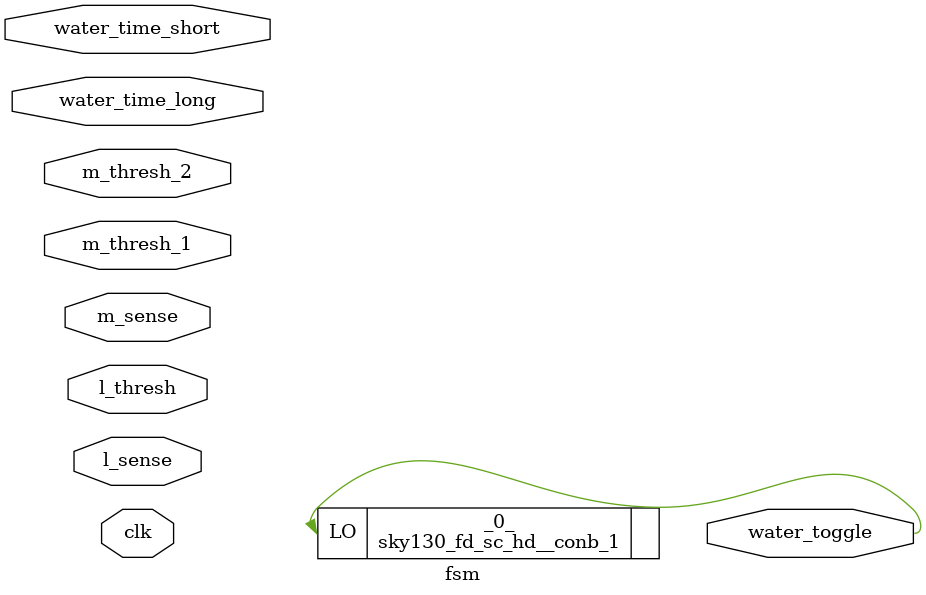
<source format=v>
/* Generated by Yosys 0.9+3621 (git sha1 84e9fa7, gcc 8.3.1 -fPIC -Os) */

module fsm(m_sense, l_sense, m_thresh_1, m_thresh_2, l_thresh, water_time_short, water_time_long, clk, water_toggle);
  input clk;
  input l_sense;
  input [1:0] l_thresh;
  input m_sense;
  input m_thresh_1;
  input m_thresh_2;
  input water_time_long;
  input water_time_short;
  output water_toggle;
  sky130_fd_sc_hd__conb_1 _0_ (
    .LO(water_toggle)
  );
endmodule

</source>
